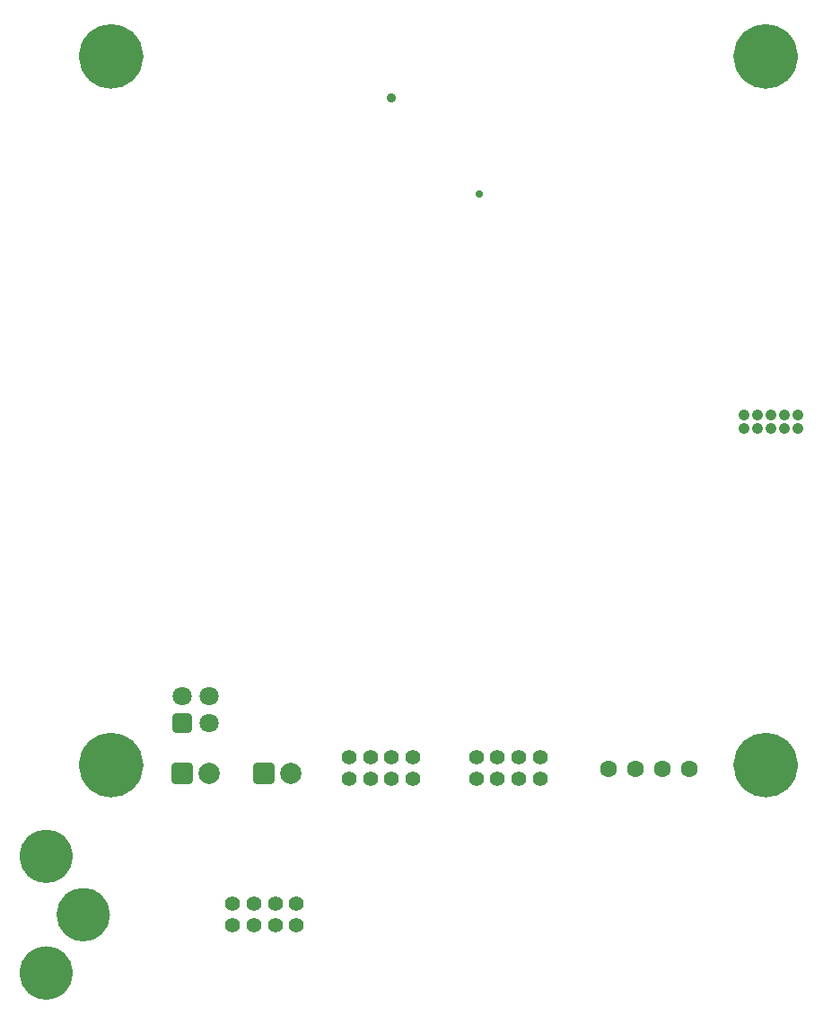
<source format=gbr>
%TF.GenerationSoftware,KiCad,Pcbnew,8.0.2*%
%TF.CreationDate,2024-05-31T14:04:31+07:00*%
%TF.ProjectId,WeatherStation,57656174-6865-4725-9374-6174696f6e2e,rev?*%
%TF.SameCoordinates,Original*%
%TF.FileFunction,Soldermask,Bot*%
%TF.FilePolarity,Negative*%
%FSLAX46Y46*%
G04 Gerber Fmt 4.6, Leading zero omitted, Abs format (unit mm)*
G04 Created by KiCad (PCBNEW 8.0.2) date 2024-05-31 14:04:31*
%MOMM*%
%LPD*%
G01*
G04 APERTURE LIST*
G04 Aperture macros list*
%AMRoundRect*
0 Rectangle with rounded corners*
0 $1 Rounding radius*
0 $2 $3 $4 $5 $6 $7 $8 $9 X,Y pos of 4 corners*
0 Add a 4 corners polygon primitive as box body*
4,1,4,$2,$3,$4,$5,$6,$7,$8,$9,$2,$3,0*
0 Add four circle primitives for the rounded corners*
1,1,$1+$1,$2,$3*
1,1,$1+$1,$4,$5*
1,1,$1+$1,$6,$7*
1,1,$1+$1,$8,$9*
0 Add four rect primitives between the rounded corners*
20,1,$1+$1,$2,$3,$4,$5,0*
20,1,$1+$1,$4,$5,$6,$7,0*
20,1,$1+$1,$6,$7,$8,$9,0*
20,1,$1+$1,$8,$9,$2,$3,0*%
G04 Aperture macros list end*
%ADD10C,3.050000*%
%ADD11C,2.505000*%
%ADD12C,0.889000*%
%ADD13C,0.711200*%
%ADD14C,1.600000*%
%ADD15C,1.400000*%
%ADD16RoundRect,0.250000X0.650000X-0.650000X0.650000X0.650000X-0.650000X0.650000X-0.650000X-0.650000X0*%
%ADD17C,1.800000*%
%ADD18C,1.050000*%
%ADD19RoundRect,0.328084X-0.671916X-0.671916X0.671916X-0.671916X0.671916X0.671916X-0.671916X0.671916X0*%
%ADD20C,2.000000*%
G04 APERTURE END LIST*
D10*
X201525000Y-100000000D02*
G75*
G02*
X198475000Y-100000000I-1525000J0D01*
G01*
X198475000Y-100000000D02*
G75*
G02*
X201525000Y-100000000I1525000J0D01*
G01*
X263275000Y-33200000D02*
G75*
G02*
X260225000Y-33200000I-1525000J0D01*
G01*
X260225000Y-33200000D02*
G75*
G02*
X263275000Y-33200000I1525000J0D01*
G01*
D11*
X195127500Y-108600000D02*
G75*
G02*
X192622500Y-108600000I-1252500J0D01*
G01*
X192622500Y-108600000D02*
G75*
G02*
X195127500Y-108600000I1252500J0D01*
G01*
X198627501Y-114100000D02*
G75*
G02*
X196122501Y-114100000I-1252500J0D01*
G01*
X196122501Y-114100000D02*
G75*
G02*
X198627501Y-114100000I1252500J0D01*
G01*
X195127501Y-119600000D02*
G75*
G02*
X192622501Y-119600000I-1252500J0D01*
G01*
X192622501Y-119600000D02*
G75*
G02*
X195127501Y-119600000I1252500J0D01*
G01*
D10*
X201525000Y-33200000D02*
G75*
G02*
X198475000Y-33200000I-1525000J0D01*
G01*
X198475000Y-33200000D02*
G75*
G02*
X201525000Y-33200000I1525000J0D01*
G01*
X263275000Y-100000000D02*
G75*
G02*
X260225000Y-100000000I-1525000J0D01*
G01*
X260225000Y-100000000D02*
G75*
G02*
X263275000Y-100000000I1525000J0D01*
G01*
D12*
%TO.C,J5*%
X226395000Y-37150001D03*
D13*
X234694998Y-46150001D03*
%TD*%
D14*
%TO.C,J1*%
X254575000Y-100350000D03*
X252035001Y-100350000D03*
X249494999Y-100350000D03*
X246955000Y-100350000D03*
%TD*%
D15*
%TO.C,J8*%
X228465000Y-101250000D03*
X228465000Y-99250000D03*
X226465000Y-101250000D03*
X226465000Y-99250000D03*
X224465000Y-101250000D03*
X224465000Y-99250000D03*
X222465000Y-101250000D03*
X222465000Y-99250000D03*
%TD*%
D16*
%TO.C,J3*%
X206724999Y-96020000D03*
D17*
X206724999Y-93480000D03*
X209264999Y-96020000D03*
X209264999Y-93480000D03*
%TD*%
D18*
%TO.C,J4*%
X264814901Y-66965000D03*
X264814901Y-68235000D03*
X263544901Y-66965000D03*
X263544901Y-68235000D03*
X262274901Y-66965000D03*
X262274901Y-68235000D03*
X261004901Y-66965000D03*
X261004901Y-68235000D03*
X259734901Y-66965000D03*
X259734901Y-68235000D03*
%TD*%
D19*
%TO.C,J2*%
X214424998Y-100750000D03*
D20*
X216965000Y-100750000D03*
%TD*%
D15*
%TO.C,J7*%
X240465000Y-101250000D03*
X240465000Y-99250000D03*
X238465000Y-101250000D03*
X238465000Y-99250000D03*
X236465000Y-101250000D03*
X236465000Y-99250000D03*
X234465000Y-101250000D03*
X234465000Y-99250000D03*
%TD*%
D19*
%TO.C,BAT1*%
X206724998Y-100750000D03*
D20*
X209265000Y-100750000D03*
%TD*%
D15*
%TO.C,J6*%
X217475001Y-113100001D03*
X217475001Y-115100001D03*
X215475001Y-113100001D03*
X215475001Y-115100001D03*
X213475001Y-113100001D03*
X213475001Y-115100001D03*
X211475001Y-113100001D03*
X211475001Y-115100001D03*
%TD*%
M02*

</source>
